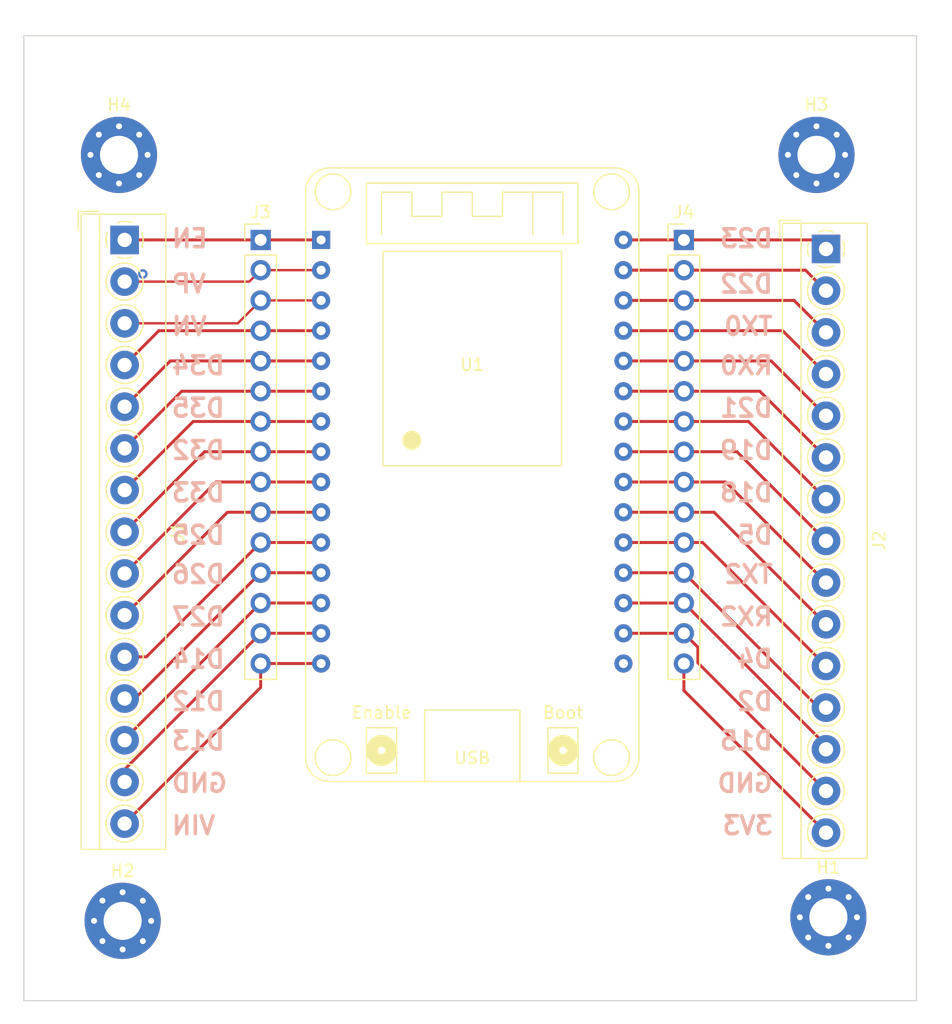
<source format=kicad_pcb>
(kicad_pcb (version 20221018) (generator pcbnew)
  (layers (0 "F.Cu" signal) (31 "B.Cu" signal) (34 "B.Paste" user) (35 "F.Paste" user) (36 "B.SilkS" user "B.Silkscreen") (37 "F.SilkS" user "F.Silkscreen") (38 "B.Mask" user) (39 "F.Mask" user) (44 "Edge.Cuts" user))
  (net 0 "")
  (net 1 "VP")
  (net 2 "VN")
  (net 3 "D34")
  (net 4 "D35")
  (net 5 "D32")
  (net 6 "D33")
  (net 7 "D25")
  (net 8 "D26")
  (net 9 "D27")
  (net 10 "D14")
  (net 11 "D12")
  (net 12 "D13")
  (net 13 "GND")
  (net 14 "VIN")
  (net 15 "D23")
  (net 16 "D22")
  (net 17 "TX0")
  (net 18 "RX0")
  (net 19 "D21")
  (net 20 "D19")
  (net 21 "D18")
  (net 22 "D5")
  (net 23 "TX2")
  (net 24 "RX2")
  (net 25 "D4")
  (net 26 "D2")
  (net 27 "D15")
  (net 28 "3V3")
  (net 29 "EN")
  (footprint "MountingHole:MountingHole_3.2mm_M3_Pad_Via" (layer "F.Cu") (at 34.54 62.036)
    (fp_text reference "H4" (at 0 -4.2) (layer "F.SilkS"))
    (fp_text value "MountingHole")
    (pad "1" thru_hole circle (at -2.4 0) (size 0.8 0.8) (drill 0.5) (layers "*.Cu" "*.Mask"))
    (pad "1" thru_hole circle (at -1.697056 -1.697056) (size 0.8 0.8) (drill 0.5) (layers "*.Cu" "*.Mask"))
    (pad "1" thru_hole circle (at -1.697056 1.697056) (size 0.8 0.8) (drill 0.5) (layers "*.Cu" "*.Mask"))
    (pad "1" thru_hole circle (at 0 -2.4) (size 0.8 0.8) (drill 0.5) (layers "*.Cu" "*.Mask"))
    (pad "1" thru_hole circle (at 0 0) (size 6.4 6.4) (drill 3.2) (layers "*.Cu" "*.Mask"))
    (pad "1" thru_hole circle (at 0 2.4) (size 0.8 0.8) (drill 0.5) (layers "*.Cu" "*.Mask"))
    (pad "1" thru_hole circle (at 1.697056 -1.697056) (size 0.8 0.8) (drill 0.5) (layers "*.Cu" "*.Mask"))
    (pad "1" thru_hole circle (at 1.697056 1.697056) (size 0.8 0.8) (drill 0.5) (layers "*.Cu" "*.Mask"))
    (pad "1" thru_hole circle (at 2.4 0) (size 0.8 0.8) (drill 0.5) (layers "*.Cu" "*.Mask"))
  )
  (footprint "MountingHole:MountingHole_3.2mm_M3_Pad_Via" (layer "F.Cu") (at 34.842944 126.338944)
    (fp_text reference "H2" (at 0 -4.2) (layer "F.SilkS"))
    (fp_text value "MountingHole")
    (pad "1" thru_hole circle (at -2.4 0) (size 0.8 0.8) (drill 0.5) (layers "*.Cu" "*.Mask"))
    (pad "1" thru_hole circle (at -1.697056 -1.697056) (size 0.8 0.8) (drill 0.5) (layers "*.Cu" "*.Mask"))
    (pad "1" thru_hole circle (at -1.697056 1.697056) (size 0.8 0.8) (drill 0.5) (layers "*.Cu" "*.Mask"))
    (pad "1" thru_hole circle (at 0 -2.4) (size 0.8 0.8) (drill 0.5) (layers "*.Cu" "*.Mask"))
    (pad "1" thru_hole circle (at 0 0) (size 6.4 6.4) (drill 3.2) (layers "*.Cu" "*.Mask"))
    (pad "1" thru_hole circle (at 0 2.4) (size 0.8 0.8) (drill 0.5) (layers "*.Cu" "*.Mask"))
    (pad "1" thru_hole circle (at 1.697056 -1.697056) (size 0.8 0.8) (drill 0.5) (layers "*.Cu" "*.Mask"))
    (pad "1" thru_hole circle (at 1.697056 1.697056) (size 0.8 0.8) (drill 0.5) (layers "*.Cu" "*.Mask"))
    (pad "1" thru_hole circle (at 2.4 0) (size 0.8 0.8) (drill 0.5) (layers "*.Cu" "*.Mask"))
  )
  (footprint "esp32_devkit_v1_doit:esp32_devkit_v1_doit" (layer "F.Cu") (at 64.22 69.176)
    (fp_text reference "U1" (at 0 10.47) (layer "F.SilkS"))
    (fp_text value "ESP32_DevKit_V1_DOIT")
    (fp_text user "Enable" (at -7.62 39.68) (layer "F.SilkS"))
    (fp_text user "Boot" (at 7.62 39.68) (layer "F.SilkS"))
    (fp_text user "USB" (at 0 43.49) (layer "F.SilkS"))
    (fp_line (start -14 -4.04) (end -14 43.46) (stroke (width 0.12)) (layer "F.SilkS"))
    (fp_line (start -12 -6.04) (end 12 -6.04) (stroke (width 0.12)) (layer "F.SilkS"))
    (fp_line (start -12 45.46) (end 12 45.46) (stroke (width 0.12)) (layer "F.SilkS"))
    (fp_line (start -8.89 -4.77) (end 8.89 -4.77) (stroke (width 0.12)) (layer "F.SilkS"))
    (fp_line (start -8.89 0.31) (end -8.89 -4.77) (stroke (width 0.12)) (layer "F.SilkS"))
    (fp_line (start -8.89 40.95) (end -6.35 40.95) (stroke (width 0.12)) (layer "F.SilkS"))
    (fp_line (start -8.89 44.76) (end -8.89 40.95) (stroke (width 0.12)) (layer "F.SilkS"))
    (fp_line (start -7.62 -4.008) (end -5.08 -4.008) (stroke (width 0.12)) (layer "F.SilkS"))
    (fp_line (start -7.62 -0.452) (end -7.62 -4.008) (stroke (width 0.12)) (layer "F.SilkS"))
    (fp_line (start -7.5 0.96) (end 7.5 0.96) (stroke (width 0.12)) (layer "F.SilkS"))
    (fp_line (start -7.5 18.96) (end -7.5 0.96) (stroke (width 0.12)) (layer "F.SilkS"))
    (fp_line (start -6.35 40.95) (end -6.35 44.76) (stroke (width 0.12)) (layer "F.SilkS"))
    (fp_line (start -6.35 44.76) (end -8.89 44.76) (stroke (width 0.12)) (layer "F.SilkS"))
    (fp_line (start -5.08 -4.008) (end -5.08 -1.976) (stroke (width 0.12)) (layer "F.SilkS"))
    (fp_line (start -5.08 -1.976) (end -2.54 -1.976) (stroke (width 0.12)) (layer "F.SilkS"))
    (fp_line (start -4 39.46) (end -4 45.46) (stroke (width 0.12)) (layer "F.SilkS"))
    (fp_line (start -4 39.46) (end 4 39.46) (stroke (width 0.12)) (layer "F.SilkS"))
    (fp_line (start -2.54 -4.008) (end 0 -4.008) (stroke (width 0.12)) (layer "F.SilkS"))
    (fp_line (start -2.54 -1.976) (end -2.54 -4.008) (stroke (width 0.12)) (layer "F.SilkS"))
    (fp_line (start 0 -4.008) (end 0 -1.976) (stroke (width 0.12)) (layer "F.SilkS"))
    (fp_line (start 0 -1.976) (end 2.54 -1.976) (stroke (width 0.12)) (layer "F.SilkS"))
    (fp_line (start 2.54 -4.008) (end 7.62 -4.008) (stroke (width 0.12)) (layer "F.SilkS"))
    (fp_line (start 2.54 -1.976) (end 2.54 -4.008) (stroke (width 0.12)) (layer "F.SilkS"))
    (fp_line (start 4 39.46) (end 4 45.46) (stroke (width 0.12)) (layer "F.SilkS"))
    (fp_line (start 5.08 -4.008) (end 5.08 -0.452) (stroke (width 0.12)) (layer "F.SilkS"))
    (fp_line (start 6.35 40.95) (end 8.89 40.95) (stroke (width 0.12)) (layer "F.SilkS"))
    (fp_line (start 6.35 44.76) (end 6.35 40.95) (stroke (width 0.12)) (layer "F.SilkS"))
    (fp_line (start 7.5 0.96) (end 7.5 18.96) (stroke (width 0.12)) (layer "F.SilkS"))
    (fp_line (start 7.5 18.96) (end -7.5 18.96) (stroke (width 0.12)) (layer "F.SilkS"))
    (fp_line (start 7.62 -4.008) (end 7.62 -0.452) (stroke (width 0.12)) (layer "F.SilkS"))
    (fp_line (start 8.89 -4.77) (end 8.89 0.31) (stroke (width 0.12)) (layer "F.SilkS"))
    (fp_line (start 8.89 0.31) (end -8.89 0.31) (stroke (width 0.12)) (layer "F.SilkS"))
    (fp_line (start 8.89 40.95) (end 8.89 44.76) (stroke (width 0.12)) (layer "F.SilkS"))
    (fp_line (start 8.89 44.76) (end 6.35 44.76) (stroke (width 0.12)) (layer "F.SilkS"))
    (fp_line (start 14 43.46) (end 14 -4.04) (stroke (width 0.12)) (layer "F.SilkS"))
    (fp_arc (start -14 -4.04) (mid -13.414214 -5.454214) (end -12 -6.04) (stroke (width 0.12)) (layer "F.SilkS"))
    (fp_arc (start -12 45.46) (mid -13.414214 44.874214) (end -14 43.46) (stroke (width 0.12)) (layer "F.SilkS"))
    (fp_arc (start 12 -6.04) (mid 13.414214 -5.454214) (end 14 -4.04) (stroke (width 0.12)) (layer "F.SilkS"))
    (fp_arc (start 14 43.46) (mid 13.414214 44.874214) (end 12 45.46) (stroke (width 0.12)) (layer "F.SilkS"))
    (fp_circle (center -11.7 -4.04) (end -10.2 -4.04) (stroke (width 0.12)) (fill none) (layer "F.SilkS"))
    (fp_circle (center -11.7 43.46) (end -10.2 43.46) (stroke (width 0.12)) (fill none) (layer "F.SilkS"))
    (fp_circle (center -7.62 42.855) (end -7.32 42.855) (stroke (width 1)) (fill none) (layer "F.SilkS"))
    (fp_circle (center -5.08 16.82) (end -4.68 16.82) (stroke (width 0.8)) (fill none) (layer "F.SilkS"))
    (fp_circle (center 7.62 42.855) (end 7.92 42.855) (stroke (width 1)) (fill none) (layer "F.SilkS"))
    (fp_circle (center 11.7 -4.04) (end 13.2 -4.04) (stroke (width 0.12)) (fill none) (layer "F.SilkS"))
    (fp_circle (center 11.7 43.46) (end 13.2 43.46) (stroke (width 0.12)) (fill none) (layer "F.SilkS"))
    (pad "1" thru_hole rect (at -12.7 0) (size 1.524 1.524) (drill 0.762) (layers "*.Cu" "*.Mask") (net 29 "EN"))
    (pad "2" thru_hole circle (at -12.7 2.54) (size 1.524 1.524) (drill 0.762) (layers "*.Cu" "*.Mask") (net 1 "VP"))
    (pad "3" thru_hole circle (at -12.7 5.08) (size 1.524 1.524) (drill 0.762) (layers "*.Cu" "*.Mask") (net 2 "VN"))
    (pad "4" thru_hole circle (at -12.7 7.62) (size 1.524 1.524) (drill 0.762) (layers "*.Cu" "*.Mask") (net 3 "D34"))
    (pad "5" thru_hole circle (at -12.7 10.16) (size 1.524 1.524) (drill 0.762) (layers "*.Cu" "*.Mask") (net 4 "D35"))
    (pad "6" thru_hole circle (at -12.7 12.7) (size 1.524 1.524) (drill 0.762) (layers "*.Cu" "*.Mask") (net 5 "D32"))
    (pad "7" thru_hole circle (at -12.7 15.24) (size 1.524 1.524) (drill 0.762) (layers "*.Cu" "*.Mask") (net 6 "D33"))
    (pad "8" thru_hole circle (at -12.7 17.78) (size 1.524 1.524) (drill 0.762) (layers "*.Cu" "*.Mask") (net 7 "D25"))
    (pad "9" thru_hole circle (at -12.7 20.32) (size 1.524 1.524) (drill 0.762) (layers "*.Cu" "*.Mask") (net 8 "D26"))
    (pad "10" thru_hole circle (at -12.7 22.86) (size 1.524 1.524) (drill 0.762) (layers "*.Cu" "*.Mask") (net 9 "D27"))
    (pad "11" thru_hole circle (at -12.7 25.4) (size 1.524 1.524) (drill 0.762) (layers "*.Cu" "*.Mask") (net 10 "D14"))
    (pad "12" thru_hole circle (at -12.7 27.94) (size 1.524 1.524) (drill 0.762) (layers "*.Cu" "*.Mask") (net 11 "D12"))
    (pad "13" thru_hole circle (at -12.7 30.48) (size 1.524 1.524) (drill 0.762) (layers "*.Cu" "*.Mask") (net 12 "D13"))
    (pad "14" thru_hole circle (at -12.7 33.02) (size 1.524 1.524) (drill 0.762) (layers "*.Cu" "*.Mask") (net 13 "GND"))
    (pad "15" thru_hole circle (at -12.7 35.56) (size 1.524 1.524) (drill 0.762) (layers "*.Cu" "*.Mask") (net 14 "VIN"))
    (pad "16" thru_hole circle (at 12.7 35.56) (size 1.524 1.524) (drill 0.762) (layers "*.Cu" "*.Mask") (net 28 "3V3"))
    (pad "17" thru_hole circle (at 12.7 33.02) (size 1.524 1.524) (drill 0.762) (layers "*.Cu" "*.Mask") (net 13 "GND"))
    (pad "18" thru_hole circle (at 12.7 30.48) (size 1.524 1.524) (drill 0.762) (layers "*.Cu" "*.Mask") (net 27 "D15"))
    (pad "19" thru_hole circle (at 12.7 27.94) (size 1.524 1.524) (drill 0.762) (layers "*.Cu" "*.Mask") (net 26 "D2"))
    (pad "20" thru_hole circle (at 12.7 25.4) (size 1.524 1.524) (drill 0.762) (layers "*.Cu" "*.Mask") (net 25 "D4"))
    (pad "21" thru_hole circle (at 12.7 22.86) (size 1.524 1.524) (drill 0.762) (layers "*.Cu" "*.Mask") (net 24 "RX2"))
    (pad "22" thru_hole circle (at 12.7 20.32) (size 1.524 1.524) (drill 0.762) (layers "*.Cu" "*.Mask") (net 23 "TX2"))
    (pad "23" thru_hole circle (at 12.7 17.78) (size 1.524 1.524) (drill 0.762) (layers "*.Cu" "*.Mask") (net 22 "D5"))
    (pad "24" thru_hole circle (at 12.7 15.24) (size 1.524 1.524) (drill 0.762) (layers "*.Cu" "*.Mask") (net 21 "D18"))
    (pad "25" thru_hole circle (at 12.7 12.7) (size 1.524 1.524) (drill 0.762) (layers "*.Cu" "*.Mask") (net 20 "D19"))
    (pad "26" thru_hole circle (at 12.7 10.16) (size 1.524 1.524) (drill 0.762) (layers "*.Cu" "*.Mask") (net 19 "D21"))
    (pad "27" thru_hole circle (at 12.7 7.62) (size 1.524 1.524) (drill 0.762) (layers "*.Cu" "*.Mask") (net 18 "RX0"))
    (pad "28" thru_hole circle (at 12.7 5.08) (size 1.524 1.524) (drill 0.762) (layers "*.Cu" "*.Mask") (net 17 "TX0"))
    (pad "29" thru_hole circle (at 12.7 2.54) (size 1.524 1.524) (drill 0.762) (layers "*.Cu" "*.Mask") (net 16 "D22"))
    (pad "30" thru_hole circle (at 12.7 0) (size 1.524 1.524) (drill 0.762) (layers "*.Cu" "*.Mask") (net 15 "D23"))
  )
  (footprint "TerminalBlock_4Ucon:TerminalBlock_4Ucon_1x15_P3.50mm_Horizontal" (layer "F.Cu") (at 35.01 69.176 -90)
    (fp_text reference "J1" (at 24.5 -4.46 90) (layer "F.SilkS"))
    (fp_text value "Screw_Terminal_01x15")
    (fp_line (start -2.4 2.16) (end -2.4 3.9) (stroke (width 0.12)) (layer "F.SilkS"))
    (fp_line (start -2.4 3.9) (end -0.9 3.9) (stroke (width 0.12)) (layer "F.SilkS"))
    (fp_line (start -2.16 -3.46) (end -2.16 3.66) (stroke (width 0.12)) (layer "F.SilkS"))
    (fp_line (start -2.16 -3.46) (end 51.16 -3.46) (stroke (width 0.12)) (layer "F.SilkS"))
    (fp_line (start -2.16 2.1) (end 51.16 2.1) (stroke (width 0.12)) (layer "F.SilkS"))
    (fp_line (start -2.16 3.66) (end 51.16 3.66) (stroke (width 0.12)) (layer "F.SilkS"))
    (fp_line (start 51.16 -3.46) (end 51.16 3.66) (stroke (width 0.12)) (layer "F.SilkS"))
    (fp_arc (start -1.432109 0.607742) (mid -1.555727 -0.00014) (end -1.432 -0.608) (stroke (width 0.12)) (layer "F.SilkS"))
    (fp_arc (start -0.607742 -1.432109) (mid 0.00014 -1.555727) (end 0.608 -1.432) (stroke (width 0.12)) (layer "F.SilkS"))
    (fp_arc (start 0.027011 1.555493) (mid -0.296984 1.527118) (end -0.608 1.432) (stroke (width 0.12)) (layer "F.SilkS"))
    (fp_arc (start 0.607587 1.431385) (mid 0.310017 1.523783) (end 0 1.555) (stroke (width 0.12)) (layer "F.SilkS"))
    (fp_arc (start 1.432109 -0.607742) (mid 1.555727 0.00014) (end 1.432 0.608) (stroke (width 0.12)) (layer "F.SilkS"))
    (fp_circle (center 3.5 0) (end 5.055 0) (stroke (width 0.12)) (fill none) (layer "F.SilkS"))
    (fp_circle (center 7 0) (end 8.555 0) (stroke (width 0.12)) (fill none) (layer "F.SilkS"))
    (fp_circle (center 10.5 0) (end 12.055 0) (stroke (width 0.12)) (fill none) (layer "F.SilkS"))
    (fp_circle (center 14 0) (end 15.555 0) (stroke (width 0.12)) (fill none) (layer "F.SilkS"))
    (fp_circle (center 17.5 0) (end 19.055 0) (stroke (width 0.12)) (fill none) (layer "F.SilkS"))
    (fp_circle (center 21 0) (end 22.555 0) (stroke (width 0.12)) (fill none) (layer "F.SilkS"))
    (fp_circle (center 24.5 0) (end 26.055 0) (stroke (width 0.12)) (fill none) (layer "F.SilkS"))
    (fp_circle (center 28 0) (end 29.555 0) (stroke (width 0.12)) (fill none) (layer "F.SilkS"))
    (fp_circle (center 31.5 0) (end 33.055 0) (stroke (width 0.12)) (fill none) (layer "F.SilkS"))
    (fp_circle (center 35 0) (end 36.555 0) (stroke (width 0.12)) (fill none) (layer "F.SilkS"))
    (fp_circle (center 38.5 0) (end 40.055 0) (stroke (width 0.12)) (fill none) (layer "F.SilkS"))
    (fp_circle (center 42 0) (end 43.555 0) (stroke (width 0.12)) (fill none) (layer "F.SilkS"))
    (fp_circle (center 45.5 0) (end 47.055 0) (stroke (width 0.12)) (fill none) (layer "F.SilkS"))
    (fp_circle (center 49 0) (end 50.555 0) (stroke (width 0.12)) (fill none) (layer "F.SilkS"))
    (pad "1" thru_hole rect (at 0 0 270) (size 2.4 2.4) (drill 1.2) (layers "*.Cu" "*.Mask") (net 29 "EN"))
    (pad "2" thru_hole circle (at 3.5 0 270) (size 2.4 2.4) (drill 1.2) (layers "*.Cu" "*.Mask") (net 1 "VP"))
    (pad "3" thru_hole circle (at 7 0 270) (size 2.4 2.4) (drill 1.2) (layers "*.Cu" "*.Mask") (net 2 "VN"))
    (pad "4" thru_hole circle (at 10.5 0 270) (size 2.4 2.4) (drill 1.2) (layers "*.Cu" "*.Mask") (net 3 "D34"))
    (pad "5" thru_hole circle (at 14 0 270) (size 2.4 2.4) (drill 1.2) (layers "*.Cu" "*.Mask") (net 4 "D35"))
    (pad "6" thru_hole circle (at 17.5 0 270) (size 2.4 2.4) (drill 1.2) (layers "*.Cu" "*.Mask") (net 5 "D32"))
    (pad "7" thru_hole circle (at 21 0 270) (size 2.4 2.4) (drill 1.2) (layers "*.Cu" "*.Mask") (net 6 "D33"))
    (pad "8" thru_hole circle (at 24.5 0 270) (size 2.4 2.4) (drill 1.2) (layers "*.Cu" "*.Mask") (net 7 "D25"))
    (pad "9" thru_hole circle (at 28 0 270) (size 2.4 2.4) (drill 1.2) (layers "*.Cu" "*.Mask") (net 8 "D26"))
    (pad "10" thru_hole circle (at 31.5 0 270) (size 2.4 2.4) (drill 1.2) (layers "*.Cu" "*.Mask") (net 9 "D27"))
    (pad "11" thru_hole circle (at 35 0 270) (size 2.4 2.4) (drill 1.2) (layers "*.Cu" "*.Mask") (net 10 "D14"))
    (pad "12" thru_hole circle (at 38.5 0 270) (size 2.4 2.4) (drill 1.2) (layers "*.Cu" "*.Mask") (net 11 "D12"))
    (pad "13" thru_hole circle (at 42 0 270) (size 2.4 2.4) (drill 1.2) (layers "*.Cu" "*.Mask") (net 12 "D13"))
    (pad "14" thru_hole circle (at 45.5 0 270) (size 2.4 2.4) (drill 1.2) (layers "*.Cu" "*.Mask") (net 13 "GND"))
    (pad "15" thru_hole circle (at 49 0 270) (size 2.4 2.4) (drill 1.2) (layers "*.Cu" "*.Mask") (net 14 "VIN"))
  )
  (footprint "TerminalBlock_4Ucon:TerminalBlock_4Ucon_1x15_P3.50mm_Horizontal" (layer "F.Cu") (at 93.938 69.938 -90)
    (fp_text reference "J2" (at 24.5 -4.46 90) (layer "F.SilkS"))
    (fp_text value "Screw_Terminal_01x15")
    (fp_line (start -2.4 2.16) (end -2.4 3.9) (stroke (width 0.12)) (layer "F.SilkS"))
    (fp_line (start -2.4 3.9) (end -0.9 3.9) (stroke (width 0.12)) (layer "F.SilkS"))
    (fp_line (start -2.16 -3.46) (end -2.16 3.66) (stroke (width 0.12)) (layer "F.SilkS"))
    (fp_line (start -2.16 -3.46) (end 51.16 -3.46) (stroke (width 0.12)) (layer "F.SilkS"))
    (fp_line (start -2.16 2.1) (end 51.16 2.1) (stroke (width 0.12)) (layer "F.SilkS"))
    (fp_line (start -2.16 3.66) (end 51.16 3.66) (stroke (width 0.12)) (layer "F.SilkS"))
    (fp_line (start 51.16 -3.46) (end 51.16 3.66) (stroke (width 0.12)) (layer "F.SilkS"))
    (fp_arc (start -1.432109 0.607742) (mid -1.555727 -0.00014) (end -1.432 -0.608) (stroke (width 0.12)) (layer "F.SilkS"))
    (fp_arc (start -0.607742 -1.432109) (mid 0.00014 -1.555727) (end 0.608 -1.432) (stroke (width 0.12)) (layer "F.SilkS"))
    (fp_arc (start 0.027011 1.555493) (mid -0.296984 1.527118) (end -0.608 1.432) (stroke (width 0.12)) (layer "F.SilkS"))
    (fp_arc (start 0.607587 1.431385) (mid 0.310017 1.523783) (end 0 1.555) (stroke (width 0.12)) (layer "F.SilkS"))
    (fp_arc (start 1.432109 -0.607742) (mid 1.555727 0.00014) (end 1.432 0.608) (stroke (width 0.12)) (layer "F.SilkS"))
    (fp_circle (center 3.5 0) (end 5.055 0) (stroke (width 0.12)) (fill none) (layer "F.SilkS"))
    (fp_circle (center 7 0) (end 8.555 0) (stroke (width 0.12)) (fill none) (layer "F.SilkS"))
    (fp_circle (center 10.5 0) (end 12.055 0) (stroke (width 0.12)) (fill none) (layer "F.SilkS"))
    (fp_circle (center 14 0) (end 15.555 0) (stroke (width 0.12)) (fill none) (layer "F.SilkS"))
    (fp_circle (center 17.5 0) (end 19.055 0) (stroke (width 0.12)) (fill none) (layer "F.SilkS"))
    (fp_circle (center 21 0) (end 22.555 0) (stroke (width 0.12)) (fill none) (layer "F.SilkS"))
    (fp_circle (center 24.5 0) (end 26.055 0) (stroke (width 0.12)) (fill none) (layer "F.SilkS"))
    (fp_circle (center 28 0) (end 29.555 0) (stroke (width 0.12)) (fill none) (layer "F.SilkS"))
    (fp_circle (center 31.5 0) (end 33.055 0) (stroke (width 0.12)) (fill none) (layer "F.SilkS"))
    (fp_circle (center 35 0) (end 36.555 0) (stroke (width 0.12)) (fill none) (layer "F.SilkS"))
    (fp_circle (center 38.5 0) (end 40.055 0) (stroke (width 0.12)) (fill none) (layer "F.SilkS"))
    (fp_circle (center 42 0) (end 43.555 0) (stroke (width 0.12)) (fill none) (layer "F.SilkS"))
    (fp_circle (center 45.5 0) (end 47.055 0) (stroke (width 0.12)) (fill none) (layer "F.SilkS"))
    (fp_circle (center 49 0) (end 50.555 0) (stroke (width 0.12)) (fill none) (layer "F.SilkS"))
    (pad "1" thru_hole rect (at 0 0 270) (size 2.4 2.4) (drill 1.2) (layers "*.Cu" "*.Mask") (net 15 "D23"))
    (pad "2" thru_hole circle (at 3.5 0 270) (size 2.4 2.4) (drill 1.2) (layers "*.Cu" "*.Mask") (net 16 "D22"))
    (pad "3" thru_hole circle (at 7 0 270) (size 2.4 2.4) (drill 1.2) (layers "*.Cu" "*.Mask") (net 17 "TX0"))
    (pad "4" thru_hole circle (at 10.5 0 270) (size 2.4 2.4) (drill 1.2) (layers "*.Cu" "*.Mask") (net 18 "RX0"))
    (pad "5" thru_hole circle (at 14 0 270) (size 2.4 2.4) (drill 1.2) (layers "*.Cu" "*.Mask") (net 19 "D21"))
    (pad "6" thru_hole circle (at 17.5 0 270) (size 2.4 2.4) (drill 1.2) (layers "*.Cu" "*.Mask") (net 20 "D19"))
    (pad "7" thru_hole circle (at 21 0 270) (size 2.4 2.4) (drill 1.2) (layers "*.Cu" "*.Mask") (net 21 "D18"))
    (pad "8" thru_hole circle (at 24.5 0 270) (size 2.4 2.4) (drill 1.2) (layers "*.Cu" "*.Mask") (net 22 "D5"))
    (pad "9" thru_hole circle (at 28 0 270) (size 2.4 2.4) (drill 1.2) (layers "*.Cu" "*.Mask") (net 23 "TX2"))
    (pad "10" thru_hole circle (at 31.5 0 270) (size 2.4 2.4) (drill 1.2) (layers "*.Cu" "*.Mask") (net 24 "RX2"))
    (pad "11" thru_hole circle (at 35 0 270) (size 2.4 2.4) (drill 1.2) (layers "*.Cu" "*.Mask") (net 25 "D4"))
    (pad "12" thru_hole circle (at 38.5 0 270) (size 2.4 2.4) (drill 1.2) (layers "*.Cu" "*.Mask") (net 26 "D2"))
    (pad "13" thru_hole circle (at 42 0 270) (size 2.4 2.4) (drill 1.2) (layers "*.Cu" "*.Mask") (net 27 "D15"))
    (pad "14" thru_hole circle (at 45.5 0 270) (size 2.4 2.4) (drill 1.2) (layers "*.Cu" "*.Mask") (net 13 "GND"))
    (pad "15" thru_hole circle (at 49 0 270) (size 2.4 2.4) (drill 1.2) (layers "*.Cu" "*.Mask") (net 28 "3V3"))
  )
  (footprint "MountingHole:MountingHole_3.2mm_M3_Pad_Via" (layer "F.Cu") (at 93.14 62.036)
    (fp_text reference "H3" (at 0 -4.2) (layer "F.SilkS"))
    (fp_text value "MountingHole")
    (pad "1" thru_hole circle (at -2.4 0) (size 0.8 0.8) (drill 0.5) (layers "*.Cu" "*.Mask"))
    (pad "1" thru_hole circle (at -1.697056 -1.697056) (size 0.8 0.8) (drill 0.5) (layers "*.Cu" "*.Mask"))
    (pad "1" thru_hole circle (at -1.697056 1.697056) (size 0.8 0.8) (drill 0.5) (layers "*.Cu" "*.Mask"))
    (pad "1" thru_hole circle (at 0 -2.4) (size 0.8 0.8) (drill 0.5) (layers "*.Cu" "*.Mask"))
    (pad "1" thru_hole circle (at 0 0) (size 6.4 6.4) (drill 3.2) (layers "*.Cu" "*.Mask"))
    (pad "1" thru_hole circle (at 0 2.4) (size 0.8 0.8) (drill 0.5) (layers "*.Cu" "*.Mask"))
    (pad "1" thru_hole circle (at 1.697056 -1.697056) (size 0.8 0.8) (drill 0.5) (layers "*.Cu" "*.Mask"))
    (pad "1" thru_hole circle (at 1.697056 1.697056) (size 0.8 0.8) (drill 0.5) (layers "*.Cu" "*.Mask"))
    (pad "1" thru_hole circle (at 2.4 0) (size 0.8 0.8) (drill 0.5) (layers "*.Cu" "*.Mask"))
  )
  (footprint "Connector_PinHeader_2.54mm:PinHeader_1x15_P2.54mm_Vertical" (layer "F.Cu") (at 82 69.176)
    (fp_text reference "J4" (at 0 -2.33) (layer "F.SilkS"))
    (fp_text value "Conn_01x15_Socket")
    (fp_line (start -1.33 -1.33) (end 0 -1.33) (stroke (width 0.12)) (layer "F.SilkS"))
    (fp_line (start -1.33 0) (end -1.33 -1.33) (stroke (width 0.12)) (layer "F.SilkS"))
    (fp_line (start -1.33 1.27) (end -1.33 36.89) (stroke (width 0.12)) (layer "F.SilkS"))
    (fp_line (start -1.33 1.27) (end 1.33 1.27) (stroke (width 0.12)) (layer "F.SilkS"))
    (fp_line (start -1.33 36.89) (end 1.33 36.89) (stroke (width 0.12)) (layer "F.SilkS"))
    (fp_line (start 1.33 1.27) (end 1.33 36.89) (stroke (width 0.12)) (layer "F.SilkS"))
    (pad "1" thru_hole rect (at 0 0) (size 1.7 1.7) (drill 1) (layers "*.Cu" "*.Mask") (net 15 "D23"))
    (pad "2" thru_hole oval (at 0 2.54) (size 1.7 1.7) (drill 1) (layers "*.Cu" "*.Mask") (net 16 "D22"))
    (pad "3" thru_hole oval (at 0 5.08) (size 1.7 1.7) (drill 1) (layers "*.Cu" "*.Mask") (net 17 "TX0"))
    (pad "4" thru_hole oval (at 0 7.62) (size 1.7 1.7) (drill 1) (layers "*.Cu" "*.Mask") (net 18 "RX0"))
    (pad "5" thru_hole oval (at 0 10.16) (size 1.7 1.7) (drill 1) (layers "*.Cu" "*.Mask") (net 19 "D21"))
    (pad "6" thru_hole oval (at 0 12.7) (size 1.7 1.7) (drill 1) (layers "*.Cu" "*.Mask") (net 20 "D19"))
    (pad "7" thru_hole oval (at 0 15.24) (size 1.7 1.7) (drill 1) (layers "*.Cu" "*.Mask") (net 21 "D18"))
    (pad "8" thru_hole oval (at 0 17.78) (size 1.7 1.7) (drill 1) (layers "*.Cu" "*.Mask") (net 22 "D5"))
    (pad "9" thru_hole oval (at 0 20.32) (size 1.7 1.7) (drill 1) (layers "*.Cu" "*.Mask") (net 23 "TX2"))
    (pad "10" thru_hole oval (at 0 22.86) (size 1.7 1.7) (drill 1) (layers "*.Cu" "*.Mask") (net 24 "RX2"))
    (pad "11" thru_hole oval (at 0 25.4) (size 1.7 1.7) (drill 1) (layers "*.Cu" "*.Mask") (net 25 "D4"))
    (pad "12" thru_hole oval (at 0 27.94) (size 1.7 1.7) (drill 1) (layers "*.Cu" "*.Mask") (net 26 "D2"))
    (pad "13" thru_hole oval (at 0 30.48) (size 1.7 1.7) (drill 1) (layers "*.Cu" "*.Mask") (net 27 "D15"))
    (pad "14" thru_hole oval (at 0 33.02) (size 1.7 1.7) (drill 1) (layers "*.Cu" "*.Mask") (net 13 "GND"))
    (pad "15" thru_hole oval (at 0 35.56) (size 1.7 1.7) (drill 1) (layers "*.Cu" "*.Mask") (net 28 "3V3"))
  )
  (footprint "MountingHole:MountingHole_3.2mm_M3_Pad_Via" (layer "F.Cu") (at 94.14 126.036)
    (fp_text reference "H1" (at 0 -4.2) (layer "F.SilkS"))
    (fp_text value "MountingHole")
    (pad "1" thru_hole circle (at -2.4 0) (size 0.8 0.8) (drill 0.5) (layers "*.Cu" "*.Mask"))
    (pad "1" thru_hole circle (at -1.697056 -1.697056) (size 0.8 0.8) (drill 0.5) (layers "*.Cu" "*.Mask"))
    (pad "1" thru_hole circle (at -1.697056 1.697056) (size 0.8 0.8) (drill 0.5) (layers "*.Cu" "*.Mask"))
    (pad "1" thru_hole circle (at 0 -2.4) (size 0.8 0.8) (drill 0.5) (layers "*.Cu" "*.Mask"))
    (pad "1" thru_hole circle (at 0 0) (size 6.4 6.4) (drill 3.2) (layers "*.Cu" "*.Mask"))
    (pad "1" thru_hole circle (at 0 2.4) (size 0.8 0.8) (drill 0.5) (layers "*.Cu" "*.Mask"))
    (pad "1" thru_hole circle (at 1.697056 -1.697056) (size 0.8 0.8) (drill 0.5) (layers "*.Cu" "*.Mask"))
    (pad "1" thru_hole circle (at 1.697056 1.697056) (size 0.8 0.8) (drill 0.5) (layers "*.Cu" "*.Mask"))
    (pad "1" thru_hole circle (at 2.4 0) (size 0.8 0.8) (drill 0.5) (layers "*.Cu" "*.Mask"))
  )
  (footprint "Connector_PinHeader_2.54mm:PinHeader_1x15_P2.54mm_Vertical" (layer "F.Cu") (at 46.44 69.176)
    (fp_text reference "J3" (at 0 -2.33) (layer "F.SilkS"))
    (fp_text value "Conn_01x15_Socket")
    (fp_line (start -1.33 -1.33) (end 0 -1.33) (stroke (width 0.12)) (layer "F.SilkS"))
    (fp_line (start -1.33 0) (end -1.33 -1.33) (stroke (width 0.12)) (layer "F.SilkS"))
    (fp_line (start -1.33 1.27) (end -1.33 36.89) (stroke (width 0.12)) (layer "F.SilkS"))
    (fp_line (start -1.33 1.27) (end 1.33 1.27) (stroke (width 0.12)) (layer "F.SilkS"))
    (fp_line (start -1.33 36.89) (end 1.33 36.89) (stroke (width 0.12)) (layer "F.SilkS"))
    (fp_line (start 1.33 1.27) (end 1.33 36.89) (stroke (width 0.12)) (layer "F.SilkS"))
    (pad "1" thru_hole rect (at 0 0) (size 1.7 1.7) (drill 1) (layers "*.Cu" "*.Mask") (net 29 "EN"))
    (pad "2" thru_hole oval (at 0 2.54) (size 1.7 1.7) (drill 1) (layers "*.Cu" "*.Mask") (net 1 "VP"))
    (pad "3" thru_hole oval (at 0 5.08) (size 1.7 1.7) (drill 1) (layers "*.Cu" "*.Mask") (net 2 "VN"))
    (pad "4" thru_hole oval (at 0 7.62) (size 1.7 1.7) (drill 1) (layers "*.Cu" "*.Mask") (net 3 "D34"))
    (pad "5" thru_hole oval (at 0 10.16) (size 1.7 1.7) (drill 1) (layers "*.Cu" "*.Mask") (net 4 "D35"))
    (pad "6" thru_hole oval (at 0 12.7) (size 1.7 1.7) (drill 1) (layers "*.Cu" "*.Mask") (net 5 "D32"))
    (pad "7" thru_hole oval (at 0 15.24) (size 1.7 1.7) (drill 1) (layers "*.Cu" "*.Mask") (net 6 "D33"))
    (pad "8" thru_hole oval (at 0 17.78) (size 1.7 1.7) (drill 1) (layers "*.Cu" "*.Mask") (net 7 "D25"))
    (pad "9" thru_hole oval (at 0 20.32) (size 1.7 1.7) (drill 1) (layers "*.Cu" "*.Mask") (net 8 "D26"))
    (pad "10" thru_hole oval (at 0 22.86) (size 1.7 1.7) (drill 1) (layers "*.Cu" "*.Mask") (net 9 "D27"))
    (pad "11" thru_hole oval (at 0 25.4) (size 1.7 1.7) (drill 1) (layers "*.Cu" "*.Mask") (net 10 "D14"))
    (pad "12" thru_hole oval (at 0 27.94) (size 1.7 1.7) (drill 1) (layers "*.Cu" "*.Mask") (net 11 "D12"))
    (pad "13" thru_hole oval (at 0 30.48) (size 1.7 1.7) (drill 1) (layers "*.Cu" "*.Mask") (net 12 "D13"))
    (pad "14" thru_hole oval (at 0 33.02) (size 1.7 1.7) (drill 1) (layers "*.Cu" "*.Mask") (net 13 "GND"))
    (pad "15" thru_hole oval (at 0 35.56) (size 1.7 1.7) (drill 1) (layers "*.Cu" "*.Mask") (net 14 "VIN"))
  )
  (gr_rect (start 26.54 52.036) (end 101.54 133.036) (stroke (width 0.1)) (fill none) (layer "Edge.Cuts"))
  (gr_text "GND" (at 89.62 115.658) (layer "B.SilkS") (effects (font (size 1.5 1.5) (thickness 0.3) bold) (justify left bottom mirror)))
  (gr_text "D18" (at 89.62 91.274) (layer "B.SilkS") (effects (font (size 1.5 1.5) (thickness 0.3) bold) (justify left bottom mirror)))
  (gr_text "D22" (at 89.62 73.748) (layer "B.SilkS") (effects (font (size 1.5 1.5) (thickness 0.3) bold) (justify left bottom mirror)))
  (gr_text "TX0" (at 89.62 77.304) (layer "B.SilkS") (effects (font (size 1.5 1.5) (thickness 0.3) bold) (justify left bottom mirror)))
  (gr_text "D19" (at 89.62 87.718) (layer "B.SilkS") (effects (font (size 1.5 1.5) (thickness 0.3) bold) (justify left bottom mirror)))
  (gr_text "VN" (at 38.82 77.304) (layer "B.SilkS") (effects (font (size 1.5 1.5) (thickness 0.3) bold) (justify right bottom mirror)))
  (gr_text "D26" (at 38.82 98.132) (layer "B.SilkS") (effects (font (size 1.5 1.5) (thickness 0.3) bold) (justify right bottom mirror)))
  (gr_text "D34" (at 38.82 80.606) (layer "B.SilkS") (effects (font (size 1.5 1.5) (thickness 0.3) bold) (justify right bottom mirror)))
  (gr_text "RX2" (at 89.62 101.688) (layer "B.SilkS") (effects (font (size 1.5 1.5) (thickness 0.3) bold) (justify left bottom mirror)))
  (gr_text "D2" (at 89.62 108.8) (layer "B.SilkS") (effects (font (size 1.5 1.5) (thickness 0.3) bold) (justify left bottom mirror)))
  (gr_text "D33" (at 38.82 91.274) (layer "B.SilkS") (effects (font (size 1.5 1.5) (thickness 0.3) bold) (justify right bottom mirror)))
  (gr_text "D21" (at 89.62 84.162) (layer "B.SilkS") (effects (font (size 1.5 1.5) (thickness 0.3) bold) (justify left bottom mirror)))
  (gr_text "D25" (at 38.82 94.83) (layer "B.SilkS") (effects (font (size 1.5 1.5) (thickness 0.3) bold) (justify right bottom mirror)))
  (gr_text "D35" (at 38.82 84.162) (layer "B.SilkS") (effects (font (size 1.5 1.5) (thickness 0.3) bold) (justify right bottom mirror)))
  (gr_text "D13" (at 38.82 112.102) (layer "B.SilkS") (effects (font (size 1.5 1.5) (thickness 0.3) bold) (justify right bottom mirror)))
  (gr_text "3V3" (at 89.62 119.214) (layer "B.SilkS") (effects (font (size 1.5 1.5) (thickness 0.3) bold) (justify left bottom mirror)))
  (gr_text "D23" (at 89.62 69.938) (layer "B.SilkS") (effects (font (size 1.5 1.5) (thickness 0.3) bold) (justify left bottom mirror)))
  (gr_text "D4" (at 89.62 105.244) (layer "B.SilkS") (effects (font (size 1.5 1.5) (thickness 0.3) bold) (justify left bottom mirror)))
  (gr_text "EN" (at 38.82 69.938) (layer "B.SilkS") (effects (font (size 1.5 1.5) (thickness 0.3) bold) (justify right bottom mirror)))
  (gr_text "D14" (at 38.82 105.244) (layer "B.SilkS") (effects (font (size 1.5 1.5) (thickness 0.3) bold) (justify right bottom mirror)))
  (gr_text "D12" (at 38.82 108.8) (layer "B.SilkS") (effects (font (size 1.5 1.5) (thickness 0.3) bold) (justify right bottom mirror)))
  (gr_text "D15" (at 89.62 112.102) (layer "B.SilkS") (effects (font (size 1.5 1.5) (thickness 0.3) bold) (justify left bottom mirror)))
  (gr_text "VIN\n" (at 38.82 119.214) (layer "B.SilkS") (effects (font (size 1.5 1.5) (thickness 0.3) bold) (justify right bottom mirror)))
  (gr_text "D32" (at 38.82 87.718) (layer "B.SilkS") (effects (font (size 1.5 1.5) (thickness 0.3) bold) (justify right bottom mirror)))
  (gr_text "GND" (at 38.82 115.658) (layer "B.SilkS") (effects (font (size 1.5 1.5) (thickness 0.3) bold) (justify right bottom mirror)))
  (gr_text "TX2" (at 89.62 98.132) (layer "B.SilkS") (effects (font (size 1.5 1.5) (thickness 0.3) bold) (justify left bottom mirror)))
  (gr_text "RX0" (at 89.62 80.606) (layer "B.SilkS") (effects (font (size 1.5 1.5) (thickness 0.3) bold) (justify left bottom mirror)))
  (gr_text "D27" (at 38.82 101.688) (layer "B.SilkS") (effects (font (size 1.5 1.5) (thickness 0.3) bold) (justify right bottom mirror)))
  (gr_text "VP" (at 38.82 73.748) (layer "B.SilkS") (effects (font (size 1.5 1.5) (thickness 0.3) bold) (justify right bottom mirror)))
  (gr_text "D5" (at 89.62 94.83) (layer "B.SilkS") (effects (font (size 1.5 1.5) (thickness 0.3) bold) (justify left bottom mirror)))
  (segment (start 51.52 71.716) (end 46.44 71.716) (width 0.2) (layer "F.Cu") (net 1))
  (segment (start 46.44 71.716) (end 45.48 72.676) (width 0.2) (layer "F.Cu") (net 1))
  (segment (start 45.48 72.676) (end 35.01 72.676) (width 0.2) (layer "F.Cu") (net 1))
  (via (at 36.54 72.036) (size 0.8) (drill 0.4) (layers "F.Cu" "B.Cu") (net 1))
  (segment (start 44.52 76.176) (end 46.44 74.256) (width 0.2) (layer "F.Cu") (net 2))
  (segment (start 35.01 76.176) (end 44.52 76.176) (width 0.2) (layer "F.Cu") (net 2))
  (segment (start 51.52 74.256) (end 46.44 74.256) (width 0.2) (layer "F.Cu") (net 2))
  (segment (start 37.89 76.796) (end 35.01 79.676) (width 0.25) (layer "F.Cu") (net 3))
  (segment (start 51.52 76.796) (end 46.44 76.796) (width 0.25) (layer "F.Cu") (net 3))
  (segment (start 46.44 76.796) (end 37.89 76.796) (width 0.25) (layer "F.Cu") (net 3))
  (segment (start 38.85 79.336) (end 35.01 83.176) (width 0.25) (layer "F.Cu") (net 4))
  (segment (start 51.52 79.336) (end 46.44 79.336) (width 0.25) (layer "F.Cu") (net 4))
  (segment (start 46.44 79.336) (end 38.85 79.336) (width 0.25) (layer "F.Cu") (net 4))
  (segment (start 39.81 81.876) (end 35.01 86.676) (width 0.25) (layer "F.Cu") (net 5))
  (segment (start 46.44 81.876) (end 39.81 81.876) (width 0.25) (layer "F.Cu") (net 5))
  (segment (start 51.52 81.876) (end 46.44 81.876) (width 0.25) (layer "F.Cu") (net 5))
  (segment (start 51.52 84.416) (end 46.44 84.416) (width 0.25) (layer "F.Cu") (net 6))
  (segment (start 46.44 84.416) (end 40.77 84.416) (width 0.25) (layer "F.Cu") (net 6))
  (segment (start 40.77 84.416) (end 35.01 90.176) (width 0.25) (layer "F.Cu") (net 6))
  (segment (start 46.44 86.956) (end 41.73 86.956) (width 0.25) (layer "F.Cu") (net 7))
  (segment (start 51.52 86.956) (end 46.44 86.956) (width 0.25) (layer "F.Cu") (net 7))
  (segment (start 41.73 86.956) (end 35.01 93.676) (width 0.25) (layer "F.Cu") (net 7))
  (segment (start 42.69 89.496) (end 35.01 97.176) (width 0.25) (layer "F.Cu") (net 8))
  (segment (start 51.52 89.496) (end 46.44 89.496) (width 0.25) (layer "F.Cu") (net 8))
  (segment (start 46.44 89.496) (end 42.69 89.496) (width 0.25) (layer "F.Cu") (net 8))
  (segment (start 51.52 92.036) (end 46.44 92.036) (width 0.25) (layer "F.Cu") (net 9))
  (segment (start 46.44 92.036) (end 43.65 92.036) (width 0.25) (layer "F.Cu") (net 9))
  (segment (start 43.65 92.036) (end 35.01 100.676) (width 0.25) (layer "F.Cu") (net 9))
  (segment (start 46.44 94.576) (end 36.84 104.176) (width 0.25) (layer "F.Cu") (net 10))
  (segment (start 51.52 94.576) (end 46.44 94.576) (width 0.25) (layer "F.Cu") (net 10))
  (segment (start 36.84 104.176) (end 35.01 104.176) (width 0.25) (layer "F.Cu") (net 10))
  (segment (start 51.52 97.116) (end 46.44 97.116) (width 0.25) (layer "F.Cu") (net 11))
  (segment (start 35.88 107.676) (end 35.01 107.676) (width 0.25) (layer "F.Cu") (net 11))
  (segment (start 46.44 97.116) (end 35.88 107.676) (width 0.25) (layer "F.Cu") (net 11))
  (segment (start 51.52 99.656) (end 46.44 99.656) (width 0.25) (layer "F.Cu") (net 12))
  (segment (start 46.44 99.656) (end 35.01 111.086) (width 0.25) (layer "F.Cu") (net 12))
  (segment (start 35.01 111.086) (end 35.01 111.176) (width 0.25) (layer "F.Cu") (net 12))
  (segment (start 82 102.196) (end 83.175 103.371) (width 0.25) (layer "F.Cu") (net 13))
  (segment (start 35.01 113.626) (end 35.01 114.676) (width 0.25) (layer "F.Cu") (net 13))
  (segment (start 51.52 102.196) (end 46.44 102.196) (width 0.25) (layer "F.Cu") (net 13))
  (segment (start 46.44 102.196) (end 35.01 113.626) (width 0.25) (layer "F.Cu") (net 13))
  (segment (start 83.175 103.371) (end 83.175 104.675) (width 0.25) (layer "F.Cu") (net 13))
  (segment (start 76.92 102.196) (end 82 102.196) (width 0.25) (layer "F.Cu") (net 13))
  (segment (start 83.175 104.675) (end 93.938 115.438) (width 0.25) (layer "F.Cu") (net 13))
  (segment (start 46.44 106.746) (end 35.01 118.176) (width 0.25) (layer "F.Cu") (net 14))
  (segment (start 51.52 104.736) (end 46.44 104.736) (width 0.25) (layer "F.Cu") (net 14))
  (segment (start 46.44 104.736) (end 46.44 106.746) (width 0.25) (layer "F.Cu") (net 14))
  (segment (start 76.92 69.176) (end 82 69.176) (width 0.25) (layer "F.Cu") (net 15))
  (segment (start 82 69.176) (end 93.176 69.176) (width 0.25) (layer "F.Cu") (net 15))
  (segment (start 93.176 69.176) (end 93.938 69.938) (width 0.25) (layer "F.Cu") (net 15))
  (segment (start 82 71.716) (end 92.216 71.716) (width 0.25) (layer "F.Cu") (net 16))
  (segment (start 76.92 71.716) (end 82 71.716) (width 0.25) (layer "F.Cu") (net 16))
  (segment (start 92.216 71.716) (end 93.938 73.438) (width 0.25) (layer "F.Cu") (net 16))
  (segment (start 91.256 74.256) (end 93.938 76.938) (width 0.25) (layer "F.Cu") (net 17))
  (segment (start 76.92 74.256) (end 82 74.256) (width 0.25) (layer "F.Cu") (net 17))
  (segment (start 82 74.256) (end 91.256 74.256) (width 0.25) (layer "F.Cu") (net 17))
  (segment (start 90.296 76.796) (end 93.938 80.438) (width 0.25) (layer "F.Cu") (net 18))
  (segment (start 82 76.796) (end 90.296 76.796) (width 0.25) (layer "F.Cu") (net 18))
  (segment (start 76.92 76.796) (end 82 76.796) (width 0.25) (layer "F.Cu") (net 18))
  (segment (start 89.336 79.336) (end 93.938 83.938) (width 0.25) (layer "F.Cu") (net 19))
  (segment (start 76.92 79.336) (end 82 79.336) (width 0.25) (layer "F.Cu") (net 19))
  (segment (start 82 79.336) (end 89.336 79.336) (width 0.25) (layer "F.Cu") (net 19))
  (segment (start 76.92 81.876) (end 82 81.876) (width 0.25) (layer "F.Cu") (net 20))
  (segment (start 88.376 81.876) (end 93.938 87.438) (width 0.25) (layer "F.Cu") (net 20))
  (segment (start 82 81.876) (end 88.376 81.876) (width 0.25) (layer "F.Cu") (net 20))
  (segment (start 87.416 84.416) (end 93.938 90.938) (width 0.25) (layer "F.Cu") (net 21))
  (segment (start 82 84.416) (end 87.416 84.416) (width 0.25) (layer "F.Cu") (net 21))
  (segment (start 76.92 84.416) (end 82 84.416) (width 0.25) (layer "F.Cu") (net 21))
  (segment (start 76.92 86.956) (end 82 86.956) (width 0.25) (layer "F.Cu") (net 22))
  (segment (start 82 86.956) (end 86.456 86.956) (width 0.25) (layer "F.Cu") (net 22))
  (segment (start 86.456 86.956) (end 93.938 94.438) (width 0.25) (layer "F.Cu") (net 22))
  (segment (start 85.496 89.496) (end 93.938 97.938) (width 0.25) (layer "F.Cu") (net 23))
  (segment (start 82 89.496) (end 85.496 89.496) (width 0.25) (layer "F.Cu") (net 23))
  (segment (start 76.92 89.496) (end 82 89.496) (width 0.25) (layer "F.Cu") (net 23))
  (segment (start 84.536 92.036) (end 93.938 101.438) (width 0.25) (layer "F.Cu") (net 24))
  (segment (start 82 92.036) (end 84.536 92.036) (width 0.25) (layer "F.Cu") (net 24))
  (segment (start 76.92 92.036) (end 82 92.036) (width 0.25) (layer "F.Cu") (net 24))
  (segment (start 83.576 94.576) (end 93.938 104.938) (width 0.25) (layer "F.Cu") (net 25))
  (segment (start 82 94.576) (end 83.576 94.576) (width 0.25) (layer "F.Cu") (net 25))
  (segment (start 76.92 94.576) (end 82 94.576) (width 0.25) (layer "F.Cu") (net 25))
  (segment (start 76.92 97.116) (end 82 97.116) (width 0.25) (layer "F.Cu") (net 26))
  (segment (start 93.322 108.438) (end 93.938 108.438) (width 0.25) (layer "F.Cu") (net 26))
  (segment (start 82 97.116) (end 93.322 108.438) (width 0.25) (layer "F.Cu") (net 26))
  (segment (start 76.92 99.656) (end 82 99.656) (width 0.25) (layer "F.Cu") (net 27))
  (segment (start 82 99.656) (end 93.938 111.594) (width 0.25) (layer "F.Cu") (net 27))
  (segment (start 93.938 111.594) (end 93.938 111.938) (width 0.25) (layer "F.Cu") (net 27))
  (segment (start 82 107) (end 93.938 118.938) (width 0.25) (layer "F.Cu") (net 28))
  (segment (start 82 104.736) (end 82 107) (width 0.25) (layer "F.Cu") (net 28))
  (segment (start 51.52 69.176) (end 46.44 69.176) (width 0.25) (layer "F.Cu") (net 29))
  (segment (start 46.44 69.176) (end 35.01 69.176) (width 0.25) (layer "F.Cu") (net 29))
)
</source>
